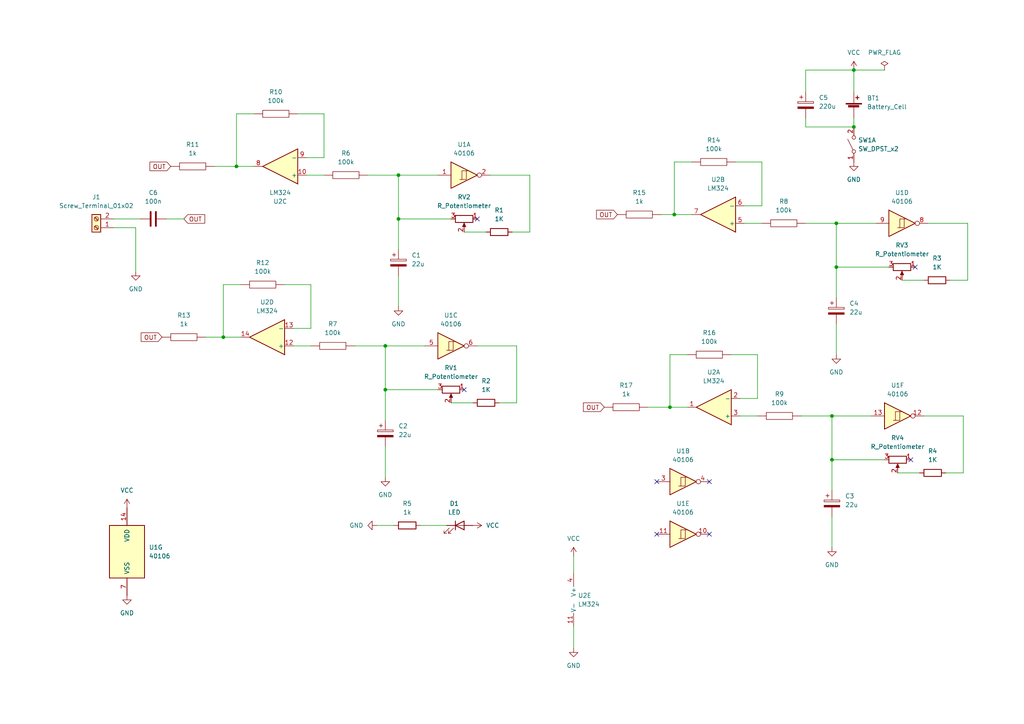
<source format=kicad_sch>
(kicad_sch (version 20230121) (generator eeschema)
  (paper "A4")
  (lib_symbols
    (symbol "4xxx:40106" (pin_names (offset 1.016))
      (property "Reference" "U" (at 0 1.27 0))
      (property "Value" "40106" (at 0 -1.27 0))
      (symbol "40106_1_0"
        (polyline (pts (xy -0.635 -1.27) (xy -0.635 1.27) (xy 0.635 1.27)))
        (polyline (pts (xy -3.81 3.81) (xy -3.81 -3.81) (xy 3.81 0) (xy -3.81 3.81)) (stroke (width 0.254)) (fill (type background)))
        (polyline (pts (xy -1.27 -1.27) (xy 0.635 -1.27) (xy 0.635 1.27) (xy 1.27 1.27)))
        (pin input line (at -7.62 0 0) (length 3.81) (name "~") (number "1"))
        (pin output inverted (at 7.62 0 180) (length 3.81) (name "~") (number "2"))
      )
      (symbol "40106_2_0"
        (polyline (pts (xy -0.635 -1.27) (xy -0.635 1.27) (xy 0.635 1.27)))
        (polyline (pts (xy -3.81 3.81) (xy -3.81 -3.81) (xy 3.81 0) (xy -3.81 3.81)) (stroke (width 0.254)) (fill (type background)))
        (polyline (pts (xy -1.27 -1.27) (xy 0.635 -1.27) (xy 0.635 1.27) (xy 1.27 1.27)))
        (pin input line (at -7.62 0 0) (length 3.81) (name "~") (number "3"))
        (pin output inverted (at 7.62 0 180) (length 3.81) (name "~") (number "4"))
      )
      (symbol "40106_3_0"
        (polyline (pts (xy -0.635 -1.27) (xy -0.635 1.27) (xy 0.635 1.27)))
        (polyline (pts (xy -3.81 3.81) (xy -3.81 -3.81) (xy 3.81 0) (xy -3.81 3.81)) (stroke (width 0.254)) (fill (type background)))
        (polyline (pts (xy -1.27 -1.27) (xy 0.635 -1.27) (xy 0.635 1.27) (xy 1.27 1.27)))
        (pin input line (at -7.62 0 0) (length 3.81) (name "~") (number "5"))
        (pin output inverted (at 7.62 0 180) (length 3.81) (name "~") (number "6"))
      )
      (symbol "40106_4_0"
        (polyline (pts (xy -0.635 -1.27) (xy -0.635 1.27) (xy 0.635 1.27)))
        (polyline (pts (xy -3.81 3.81) (xy -3.81 -3.81) (xy 3.81 0) (xy -3.81 3.81)) (stroke (width 0.254)) (fill (type background)))
        (polyline (pts (xy -1.27 -1.27) (xy 0.635 -1.27) (xy 0.635 1.27) (xy 1.27 1.27)))
        (pin output inverted (at 7.62 0 180) (length 3.81) (name "~") (number "8"))
        (pin input line (at -7.62 0 0) (length 3.81) (name "~") (number "9"))
      )
      (symbol "40106_5_0"
        (polyline (pts (xy -0.635 -1.27) (xy -0.635 1.27) (xy 0.635 1.27)))
        (polyline (pts (xy -3.81 3.81) (xy -3.81 -3.81) (xy 3.81 0) (xy -3.81 3.81)) (stroke (width 0.254)) (fill (type background)))
        (polyline (pts (xy -1.27 -1.27) (xy 0.635 -1.27) (xy 0.635 1.27) (xy 1.27 1.27)))
        (pin output inverted (at 7.62 0 180) (length 3.81) (name "~") (number "10"))
        (pin input line (at -7.62 0 0) (length 3.81) (name "~") (number "11"))
      )
      (symbol "40106_6_0"
        (polyline (pts (xy -0.635 -1.27) (xy -0.635 1.27) (xy 0.635 1.27)))
        (polyline (pts (xy -3.81 3.81) (xy -3.81 -3.81) (xy 3.81 0) (xy -3.81 3.81)) (stroke (width 0.254)) (fill (type background)))
        (polyline (pts (xy -1.27 -1.27) (xy 0.635 -1.27) (xy 0.635 1.27) (xy 1.27 1.27)))
        (pin output inverted (at 7.62 0 180) (length 3.81) (name "~") (number "12"))
        (pin input line (at -7.62 0 0) (length 3.81) (name "~") (number "13"))
      )
      (symbol "40106_7_0"
        (pin power_in line (at 0 12.7 270) (length 5.08) (name "VDD") (number "14"))
        (pin power_in line (at 0 -12.7 90) (length 5.08) (name "VSS") (number "7"))
      )
      (symbol "40106_7_1"
        (rectangle (start -5.08 7.62) (end 5.08 -7.62) (stroke (width 0.254)) (fill (type background)))
      )
    )
    (symbol "Amplifier_Operational:LM324" (pin_names (offset 0.127))
      (property "Reference" "U" (at 0 5.08 0))
      (property "Value" "LM324" (at 0 -5.08 0))
      (symbol "LM324_1_1"
        (polyline (pts (xy -5.08 5.08) (xy 5.08 0) (xy -5.08 -5.08) (xy -5.08 5.08)) (stroke (width 0.254)) (fill (type background)))
        (pin output line (at 7.62 0 180) (length 2.54) (name "~") (number "1"))
        (pin input line (at -7.62 -2.54 0) (length 2.54) (name "-") (number "2"))
        (pin input line (at -7.62 2.54 0) (length 2.54) (name "+") (number "3"))
      )
      (symbol "LM324_2_1"
        (polyline (pts (xy -5.08 5.08) (xy 5.08 0) (xy -5.08 -5.08) (xy -5.08 5.08)) (stroke (width 0.254)) (fill (type background)))
        (pin input line (at -7.62 2.54 0) (length 2.54) (name "+") (number "5"))
        (pin input line (at -7.62 -2.54 0) (length 2.54) (name "-") (number "6"))
        (pin output line (at 7.62 0 180) (length 2.54) (name "~") (number "7"))
      )
      (symbol "LM324_3_1"
        (polyline (pts (xy -5.08 5.08) (xy 5.08 0) (xy -5.08 -5.08) (xy -5.08 5.08)) (stroke (width 0.254)) (fill (type background)))
        (pin input line (at -7.62 2.54 0) (length 2.54) (name "+") (number "10"))
        (pin output line (at 7.62 0 180) (length 2.54) (name "~") (number "8"))
        (pin input line (at -7.62 -2.54 0) (length 2.54) (name "-") (number "9"))
      )
      (symbol "LM324_4_1"
        (polyline (pts (xy -5.08 5.08) (xy 5.08 0) (xy -5.08 -5.08) (xy -5.08 5.08)) (stroke (width 0.254)) (fill (type background)))
        (pin input line (at -7.62 2.54 0) (length 2.54) (name "+") (number "12"))
        (pin input line (at -7.62 -2.54 0) (length 2.54) (name "-") (number "13"))
        (pin output line (at 7.62 0 180) (length 2.54) (name "~") (number "14"))
      )
      (symbol "LM324_5_1"
        (pin power_in line (at -2.54 -7.62 90) (length 3.81) (name "V-") (number "11"))
        (pin power_in line (at -2.54 7.62 270) (length 3.81) (name "V+") (number "4"))
      )
    )
    (symbol "Connector:Screw_Terminal_01x02" (pin_names (offset 1.016) hide)
      (property "Reference" "J" (at 0 2.54 0))
      (property "Value" "Screw_Terminal_01x02" (at 0 -5.08 0))
      (symbol "Screw_Terminal_01x02_1_1"
        (rectangle (start -1.27 1.27) (end 1.27 -3.81) (stroke (width 0.254)) (fill (type background)))
        (circle (center 0 -2.54) (radius 0.635) (stroke (width 0.1524)))
        (polyline (pts (xy -0.5334 -2.2098) (xy 0.3302 -3.048)) (stroke (width 0.1524)))
        (polyline (pts (xy -0.5334 0.3302) (xy 0.3302 -0.508)) (stroke (width 0.1524)))
        (polyline (pts (xy -0.3556 -2.032) (xy 0.508 -2.8702)) (stroke (width 0.1524)))
        (polyline (pts (xy -0.3556 0.508) (xy 0.508 -0.3302)) (stroke (width 0.1524)))
        (circle (center 0 0) (radius 0.635) (stroke (width 0.1524)))
        (pin passive line (at -5.08 0 0) (length 3.81) (name "Pin_1") (number "1"))
        (pin passive line (at -5.08 -2.54 0) (length 3.81) (name "Pin_2") (number "2"))
      )
    )
    (symbol "Device:Battery_Cell" (pin_numbers hide) (pin_names (offset 0) hide)
      (property "Reference" "BT" (at 2.54 2.54 0))
      (property "Value" "Battery_Cell" (at 2.54 0 0))
      (symbol "Battery_Cell_0_1"
        (rectangle (start -2.286 1.778) (end 2.286 1.524) (fill (type outline)))
        (rectangle (start -1.5748 1.1938) (end 1.4732 0.6858) (fill (type outline)))
        (polyline (pts (xy 0 0.762) (xy 0 0)))
        (polyline (pts (xy 0 1.778) (xy 0 2.54)))
        (polyline (pts (xy 0.508 3.429) (xy 1.524 3.429)) (stroke (width 0.254)))
        (polyline (pts (xy 1.016 3.937) (xy 1.016 2.921)) (stroke (width 0.254)))
      )
      (symbol "Battery_Cell_1_1"
        (pin passive line (at 0 5.08 270) (length 2.54) (name "+") (number "1"))
        (pin passive line (at 0 -2.54 90) (length 2.54) (name "-") (number "2"))
      )
    )
    (symbol "Device:C" (pin_numbers hide) (pin_names (offset 0.254))
      (property "Reference" "C" (at 0.635 2.54 0))
      (property "Value" "C" (at 0.635 -2.54 0))
      (symbol "C_0_1"
        (polyline (pts (xy -2.032 -0.762) (xy 2.032 -0.762)) (stroke (width 0.508)))
        (polyline (pts (xy -2.032 0.762) (xy 2.032 0.762)) (stroke (width 0.508)))
      )
      (symbol "C_1_1"
        (pin passive line (at 0 3.81 270) (length 2.794) (name "~") (number "1"))
        (pin passive line (at 0 -3.81 90) (length 2.794) (name "~") (number "2"))
      )
    )
    (symbol "Device:C_Polarized" (pin_numbers hide) (pin_names (offset 0.254))
      (property "Reference" "C" (at 0.635 2.54 0))
      (property "Value" "C_Polarized" (at 0.635 -2.54 0))
      (symbol "C_Polarized_0_1"
        (rectangle (start -2.286 0.508) (end 2.286 1.016))
        (polyline (pts (xy -1.778 2.286) (xy -0.762 2.286)))
        (polyline (pts (xy -1.27 2.794) (xy -1.27 1.778)))
        (rectangle (start 2.286 -0.508) (end -2.286 -1.016) (fill (type outline)))
      )
      (symbol "C_Polarized_1_1"
        (pin passive line (at 0 3.81 270) (length 2.794) (name "~") (number "1"))
        (pin passive line (at 0 -3.81 90) (length 2.794) (name "~") (number "2"))
      )
    )
    (symbol "Device:LED" (pin_numbers hide) (pin_names (offset 1.016) hide)
      (property "Reference" "D" (at 0 2.54 0))
      (property "Value" "LED" (at 0 -2.54 0))
      (symbol "LED_0_1"
        (polyline (pts (xy -1.27 -1.27) (xy -1.27 1.27)) (stroke (width 0.254)))
        (polyline (pts (xy -1.27 0) (xy 1.27 0)))
        (polyline (pts (xy 1.27 -1.27) (xy 1.27 1.27) (xy -1.27 0) (xy 1.27 -1.27)) (stroke (width 0.254)))
        (polyline (pts (xy -3.048 -0.762) (xy -4.572 -2.286) (xy -3.81 -2.286) (xy -4.572 -2.286) (xy -4.572 -1.524)))
        (polyline (pts (xy -1.778 -0.762) (xy -3.302 -2.286) (xy -2.54 -2.286) (xy -3.302 -2.286) (xy -3.302 -1.524)))
      )
      (symbol "LED_1_1"
        (pin passive line (at -3.81 0 0) (length 2.54) (name "K") (number "1"))
        (pin passive line (at 3.81 0 180) (length 2.54) (name "A") (number "2"))
      )
    )
    (symbol "Device:R" (pin_numbers hide) (pin_names (offset 0))
      (property "Reference" "R" (at 2.032 0 90))
      (property "Value" "R" (at 0 0 90))
      (symbol "R_0_1"
        (rectangle (start -1.016 -2.54) (end 1.016 2.54) (stroke (width 0.254)))
      )
      (symbol "R_1_1"
        (pin passive line (at 0 3.81 270) (length 1.27) (name "~") (number "1"))
        (pin passive line (at 0 -3.81 90) (length 1.27) (name "~") (number "2"))
      )
    )
    (symbol "Device:R_Potentiometer" (pin_names (offset 1.016) hide)
      (property "Reference" "RV" (at -4.445 0 90))
      (property "Value" "R_Potentiometer" (at -2.54 0 90))
      (symbol "R_Potentiometer_0_1"
        (polyline (pts (xy 2.54 0) (xy 1.524 0)))
        (polyline (pts (xy 1.143 0) (xy 2.286 0.508) (xy 2.286 -0.508) (xy 1.143 0)) (fill (type outline)))
        (rectangle (start 1.016 2.54) (end -1.016 -2.54) (stroke (width 0.254)))
      )
      (symbol "R_Potentiometer_1_1"
        (pin passive line (at 0 3.81 270) (length 1.27) (name "1") (number "1"))
        (pin passive line (at 3.81 0 180) (length 1.27) (name "2") (number "2"))
        (pin passive line (at 0 -3.81 90) (length 1.27) (name "3") (number "3"))
      )
    )
    (symbol "Switch:SW_DPST_x2" (pin_names (offset 0) hide)
      (property "Reference" "SW" (at 0 3.175 0))
      (property "Value" "SW_DPST_x2" (at 0 -2.54 0))
      (symbol "SW_DPST_x2_0_0"
        (circle (center -2.032 0) (radius 0.508))
        (polyline (pts (xy -1.524 0.254) (xy 1.524 1.778)))
        (circle (center 2.032 0) (radius 0.508))
      )
      (symbol "SW_DPST_x2_1_1"
        (pin passive line (at -5.08 0 0) (length 2.54) (name "A") (number "1"))
        (pin passive line (at 5.08 0 180) (length 2.54) (name "B") (number "2"))
      )
      (symbol "SW_DPST_x2_2_1"
        (pin passive line (at -5.08 0 0) (length 2.54) (name "A") (number "3"))
        (pin passive line (at 5.08 0 180) (length 2.54) (name "B") (number "4"))
      )
    )
    (symbol "power:Earth" (power) (pin_names (offset 0))
      (symbol "Earth_0_1"
        (polyline (pts (xy -0.635 -1.905) (xy 0.635 -1.905)))
        (polyline (pts (xy -0.127 -2.54) (xy 0.127 -2.54)))
        (polyline (pts (xy 0 -1.27) (xy 0 0)))
        (polyline (pts (xy 1.27 -1.27) (xy -1.27 -1.27)))
      )
      (symbol "Earth_1_1"
        (pin power_in line (at 0 0 270) (length 0) hide (name "Earth") (number "1"))
      )
    )
    (symbol "power:GND" (power) (pin_names (offset 0))
      (property "Value" "GND" (at 0 -3.81 0))
      (symbol "GND_0_1"
        (polyline (pts (xy 0 0) (xy 0 -1.27) (xy 1.27 -1.27) (xy 0 -2.54) (xy -1.27 -1.27) (xy 0 -1.27)))
      )
      (symbol "GND_1_1"
        (pin power_in line (at 0 0 270) (length 0) hide (name "GND") (number "1"))
      )
    )
    (symbol "power:PWR_FLAG" (power) (pin_numbers hide) (pin_names (offset 0) hide)
      (property "Value" "PWR_FLAG" (at 0 3.81 0))
      (symbol "PWR_FLAG_0_0"
        (pin power_out line (at 0 0 90) (length 0) (name "pwr") (number "1"))
      )
      (symbol "PWR_FLAG_0_1"
        (polyline (pts (xy 0 0) (xy 0 1.27) (xy -1.016 1.905) (xy 0 2.54) (xy 1.016 1.905) (xy 0 1.27)))
      )
    )
    (symbol "power:VCC" (power) (pin_names (offset 0))
      (property "Value" "VCC" (at 0 3.81 0))
      (symbol "VCC_0_1"
        (polyline (pts (xy -0.762 1.27) (xy 0 2.54)))
        (polyline (pts (xy 0 0) (xy 0 2.54)))
        (polyline (pts (xy 0 2.54) (xy 0.762 1.27)))
      )
      (symbol "VCC_1_1"
        (pin power_in line (at 0 0 90) (length 0) hide (name "VCC") (number "1"))
      )
    )
    (symbol "pspice:R" (pin_numbers hide) (pin_names (offset 0))
      (property "Reference" "R" (at 2.032 0 90))
      (property "Value" "R" (at 0 0 90))
      (symbol "R_0_1"
        (rectangle (start -1.016 3.81) (end 1.016 -3.81))
      )
      (symbol "R_1_1"
        (pin passive line (at 0 6.35 270) (length 2.54) (name "~") (number "1"))
        (pin passive line (at 0 -6.35 90) (length 2.54) (name "~") (number "2"))
      )
    )
  )
  (junction (at 247.65 20.32))
  (junction (at 241.3 133.35))
  (junction (at 247.65 36.83))
  (junction (at 242.57 77.47))
  (junction (at 64.77 97.79))
  (junction (at 111.76 100.33))
  (junction (at 115.57 63.5))
  (junction (at 195.58 62.23))
  (junction (at 68.58 48.26))
  (junction (at 241.3 120.65))
  (junction (at 194.31 118.11))
  (junction (at 111.76 113.03))
  (junction (at 242.57 64.77))
  (junction (at 115.57 50.8))
  (no_connect (at 205.74 139.7))
  (no_connect (at 138.43 63.5))
  (no_connect (at 190.5 139.7))
  (no_connect (at 134.62 113.03))
  (no_connect (at 265.43 77.47))
  (no_connect (at 205.74 154.94))
  (no_connect (at 264.16 133.35))
  (no_connect (at 190.5 154.94))
  (wire (pts (xy 68.58 33.02) (xy 73.66 33.02)))
  (wire (pts (xy 187.96 118.11) (xy 194.31 118.11)))
  (wire (pts (xy 64.77 97.79) (xy 64.77 82.55)))
  (wire (pts (xy 269.24 64.77) (xy 280.67 64.77)))
  (wire (pts (xy 200.66 62.23) (xy 195.58 62.23)))
  (wire (pts (xy 134.62 67.31) (xy 140.97 67.31)))
  (wire (pts (xy 220.98 59.69) (xy 215.9 59.69)))
  (wire (pts (xy 109.22 152.4) (xy 114.3 152.4)))
  (wire (pts (xy 247.65 20.32) (xy 247.65 26.67)))
  (wire (pts (xy 93.98 45.72) (xy 88.9 45.72)))
  (wire (pts (xy 242.57 77.47) (xy 242.57 86.36)))
  (wire (pts (xy 213.36 46.99) (xy 220.98 46.99)))
  (wire (pts (xy 93.98 33.02) (xy 93.98 45.72)))
  (wire (pts (xy 64.77 82.55) (xy 69.85 82.55)))
  (wire (pts (xy 90.17 95.25) (xy 85.09 95.25)))
  (wire (pts (xy 111.76 113.03) (xy 111.76 121.92)))
  (wire (pts (xy 219.71 102.87) (xy 219.71 115.57)))
  (wire (pts (xy 115.57 80.01) (xy 115.57 88.9)))
  (wire (pts (xy 212.09 102.87) (xy 219.71 102.87)))
  (wire (pts (xy 219.71 115.57) (xy 214.63 115.57)))
  (wire (pts (xy 280.67 64.77) (xy 280.67 81.28)))
  (wire (pts (xy 85.09 100.33) (xy 90.17 100.33)))
  (wire (pts (xy 111.76 129.54) (xy 111.76 138.43)))
  (wire (pts (xy 233.68 64.77) (xy 242.57 64.77)))
  (wire (pts (xy 241.3 149.86) (xy 241.3 158.75)))
  (wire (pts (xy 33.02 66.04) (xy 39.37 66.04)))
  (wire (pts (xy 279.4 120.65) (xy 279.4 137.16)))
  (wire (pts (xy 111.76 100.33) (xy 123.19 100.33)))
  (wire (pts (xy 275.59 81.28) (xy 280.67 81.28)))
  (wire (pts (xy 48.26 63.5) (xy 53.34 63.5)))
  (wire (pts (xy 241.3 133.35) (xy 241.3 142.24)))
  (wire (pts (xy 106.68 50.8) (xy 115.57 50.8)))
  (wire (pts (xy 166.37 161.29) (xy 166.37 166.37)))
  (wire (pts (xy 242.57 77.47) (xy 242.57 64.77)))
  (wire (pts (xy 82.55 82.55) (xy 90.17 82.55)))
  (wire (pts (xy 115.57 50.8) (xy 127 50.8)))
  (wire (pts (xy 166.37 181.61) (xy 166.37 187.96)))
  (wire (pts (xy 121.92 152.4) (xy 129.54 152.4)))
  (wire (pts (xy 130.81 116.84) (xy 137.16 116.84)))
  (wire (pts (xy 86.36 33.02) (xy 93.98 33.02)))
  (wire (pts (xy 138.43 100.33) (xy 149.86 100.33)))
  (wire (pts (xy 232.41 120.65) (xy 241.3 120.65)))
  (wire (pts (xy 215.9 64.77) (xy 220.98 64.77)))
  (wire (pts (xy 242.57 93.98) (xy 242.57 102.87)))
  (wire (pts (xy 233.68 20.32) (xy 233.68 26.67)))
  (wire (pts (xy 261.62 81.28) (xy 267.97 81.28)))
  (wire (pts (xy 247.65 34.29) (xy 247.65 36.83)))
  (wire (pts (xy 148.59 67.31) (xy 153.67 67.31)))
  (wire (pts (xy 149.86 100.33) (xy 149.86 116.84)))
  (wire (pts (xy 194.31 102.87) (xy 199.39 102.87)))
  (wire (pts (xy 195.58 46.99) (xy 200.66 46.99)))
  (wire (pts (xy 199.39 118.11) (xy 194.31 118.11)))
  (wire (pts (xy 233.68 34.29) (xy 233.68 36.83)))
  (wire (pts (xy 59.69 97.79) (xy 64.77 97.79)))
  (wire (pts (xy 115.57 63.5) (xy 130.81 63.5)))
  (wire (pts (xy 69.85 97.79) (xy 64.77 97.79)))
  (wire (pts (xy 144.78 116.84) (xy 149.86 116.84)))
  (wire (pts (xy 153.67 50.8) (xy 153.67 67.31)))
  (wire (pts (xy 233.68 36.83) (xy 247.65 36.83)))
  (wire (pts (xy 142.24 50.8) (xy 153.67 50.8)))
  (wire (pts (xy 274.32 137.16) (xy 279.4 137.16)))
  (wire (pts (xy 115.57 63.5) (xy 115.57 72.39)))
  (wire (pts (xy 62.23 48.26) (xy 68.58 48.26)))
  (wire (pts (xy 33.02 63.5) (xy 40.64 63.5)))
  (wire (pts (xy 73.66 48.26) (xy 68.58 48.26)))
  (wire (pts (xy 102.87 100.33) (xy 111.76 100.33)))
  (wire (pts (xy 90.17 82.55) (xy 90.17 95.25)))
  (wire (pts (xy 241.3 133.35) (xy 256.54 133.35)))
  (wire (pts (xy 111.76 113.03) (xy 127 113.03)))
  (wire (pts (xy 194.31 118.11) (xy 194.31 102.87)))
  (wire (pts (xy 220.98 46.99) (xy 220.98 59.69)))
  (wire (pts (xy 115.57 63.5) (xy 115.57 50.8)))
  (wire (pts (xy 260.35 137.16) (xy 266.7 137.16)))
  (wire (pts (xy 214.63 120.65) (xy 219.71 120.65)))
  (wire (pts (xy 242.57 77.47) (xy 257.81 77.47)))
  (wire (pts (xy 241.3 133.35) (xy 241.3 120.65)))
  (wire (pts (xy 195.58 46.99) (xy 195.58 62.23)))
  (wire (pts (xy 68.58 48.26) (xy 68.58 33.02)))
  (wire (pts (xy 247.65 20.32) (xy 256.54 20.32)))
  (wire (pts (xy 39.37 66.04) (xy 39.37 78.74)))
  (wire (pts (xy 233.68 20.32) (xy 247.65 20.32)))
  (wire (pts (xy 191.77 62.23) (xy 195.58 62.23)))
  (wire (pts (xy 111.76 113.03) (xy 111.76 100.33)))
  (wire (pts (xy 242.57 64.77) (xy 254 64.77)))
  (wire (pts (xy 88.9 50.8) (xy 93.98 50.8)))
  (wire (pts (xy 267.97 120.65) (xy 279.4 120.65)))
  (wire (pts (xy 241.3 120.65) (xy 252.73 120.65)))
  (global_label "OUT" (shape input) (at 175.26 118.11 180) (property "Intersheetrefs" "${INTERSHEET_REFS}" (effects hide)) (property "Riferimenti inter-foglio" "${INTERSHEET_REFS}" (effects hide)))
  (global_label "OUT" (shape input) (at 179.07 62.23 180) (property "Intersheetrefs" "${INTERSHEET_REFS}" (effects hide)) (property "Riferimenti inter-foglio" "${INTERSHEET_REFS}" (effects hide)))
  (global_label "OUT" (shape input) (at 53.34 63.5 0) (property "Intersheetrefs" "${INTERSHEET_REFS}" (effects hide)) (property "Riferimenti inter-foglio" "${INTERSHEET_REFS}" (effects hide)))
  (global_label "OUT" (shape input) (at 49.53 48.26 180) (property "Intersheetrefs" "${INTERSHEET_REFS}" (effects hide)) (property "Riferimenti inter-foglio" "${INTERSHEET_REFS}" (effects hide)))
  (global_label "OUT" (shape input) (at 46.99 97.79 180) (property "Intersheetrefs" "${INTERSHEET_REFS}" (effects hide)) (property "Riferimenti inter-foglio" "${INTERSHEET_REFS}" (effects hide)))
  (symbol (lib_id "Device:C_Polarized") (at 111.76 125.73 0) (unit 1)
    (property "Reference" "C2" (at 115.57 123.5709 0) (effects (justify left)))
    (property "Value" "22u" (at 115.57 126.1109 0) (effects (justify left)))
    (property "Footprint" "Capacitor_THT:CP_Radial_D5.0mm_P2.50mm" (effects hide))
  )
  (symbol (lib_id "power:GND") (at 36.83 172.72 0) (unit 1)
    (property "Reference" "#PWR08" (effects hide))
    (property "Value" "GND" (at 36.83 177.8 0))
  )
  (symbol (lib_id "power:VCC") (at 247.65 20.32 0) (unit 1)
    (property "Reference" "#PWR0104" (effects hide))
    (property "Value" "VCC" (at 247.65 15.24 0))
  )
  (symbol (lib_id "Device:R_Potentiometer") (at 134.62 63.5 270) (unit 1)
    (property "Reference" "RV2" (at 134.62 57.15 90))
    (property "Value" "R_Potentiometer" (at 134.62 59.69 90))
    (property "Footprint" "Potentiometer_THT:Potentiometer_Alps_RK097_Single_Horizontal" (effects hide))
  )
  (symbol (lib_id "Device:Battery_Cell") (at 247.65 31.75 0) (unit 1)
    (property "Reference" "BT1" (at 251.46 28.4479 0) (effects (justify left)))
    (property "Value" "Battery_Cell" (at 251.46 30.9879 0) (effects (justify left)))
    (property "Footprint" "Battery:BatteryHolder_MPD_BA9VPC_1xPP3" (effects hide))
  )
  (symbol (lib_id "power:VCC") (at 137.16 152.4 270) (unit 1)
    (property "Reference" "#PWR0113" (effects hide))
    (property "Value" "VCC" (at 140.97 152.3999 90) (effects (justify left)))
  )
  (symbol (lib_id "4xxx:40106") (at 36.83 160.02 0) (unit 7)
    (property "Reference" "U1" (at 43.18 158.7499 0) (effects (justify left)))
    (property "Value" "40106" (at 43.18 161.2899 0) (effects (justify left)))
    (property "Footprint" "Package_DIP:DIP-14_W7.62mm_Socket" (effects hide))
    (property "Datasheet" "https://assets.nexperia.com/documents/data-sheet/HEF40106B.pdf" (effects hide))
  )
  (symbol (lib_id "power:VCC") (at 36.83 147.32 0) (unit 1)
    (property "Reference" "#PWR0111" (effects hide))
    (property "Value" "VCC" (at 36.83 142.24 0))
  )
  (symbol (lib_id "pspice:R") (at 100.33 50.8 90) (unit 1)
    (property "Reference" "R6" (at 100.33 44.45 90))
    (property "Value" "100k" (at 100.33 46.99 90))
    (property "Footprint" "Resistor_THT:R_Axial_DIN0207_L6.3mm_D2.5mm_P7.62mm_Horizontal" (effects hide))
  )
  (symbol (lib_id "4xxx:40106") (at 130.81 100.33 0) (unit 3)
    (property "Reference" "U1" (at 130.81 91.44 0))
    (property "Value" "40106" (at 130.81 93.98 0))
    (property "Footprint" "Package_DIP:DIP-14_W7.62mm_Socket" (effects hide))
    (property "Datasheet" "https://assets.nexperia.com/documents/data-sheet/HEF40106B.pdf" (effects hide))
  )
  (symbol (lib_id "4xxx:40106") (at 134.62 50.8 0) (unit 1)
    (property "Reference" "U1" (at 134.62 41.91 0))
    (property "Value" "40106" (at 134.62 44.45 0))
    (property "Footprint" "Package_DIP:DIP-14_W7.62mm_Socket" (effects hide))
    (property "Datasheet" "https://assets.nexperia.com/documents/data-sheet/HEF40106B.pdf" (effects hide))
  )
  (symbol (lib_id "pspice:R") (at 76.2 82.55 90) (unit 1)
    (property "Reference" "R12" (at 76.2 76.2 90))
    (property "Value" "100k" (at 76.2 78.74 90))
    (property "Footprint" "Resistor_THT:R_Axial_DIN0207_L6.3mm_D2.5mm_P7.62mm_Horizontal" (effects hide))
  )
  (symbol (lib_id "Device:C_Polarized") (at 242.57 90.17 0) (unit 1)
    (property "Reference" "C4" (at 246.38 88.0109 0) (effects (justify left)))
    (property "Value" "22u" (at 246.38 90.5509 0) (effects (justify left)))
    (property "Footprint" "Capacitor_THT:CP_Radial_D5.0mm_P2.50mm" (effects hide))
  )
  (symbol (lib_id "Connector:Screw_Terminal_01x02") (at 27.94 66.04 180) (unit 1)
    (property "Reference" "J1" (at 27.94 57.15 0))
    (property "Value" "Screw_Terminal_01x02" (at 27.94 59.69 0))
    (property "Footprint" "TerminalBlock:TerminalBlock_bornier-2_P5.08mm" (effects hide))
  )
  (symbol (lib_id "Amplifier_Operational:LM324") (at 81.28 48.26 180) (unit 3)
    (property "Reference" "U2" (at 81.28 58.42 0))
    (property "Value" "LM324" (at 81.28 55.88 0))
    (property "Footprint" "Package_DIP:DIP-14_W7.62mm_Socket" (effects hide))
    (property "Datasheet" "http://www.ti.com/lit/ds/symlink/lm2902-n.pdf" (effects hide))
  )
  (symbol (lib_id "pspice:R") (at 96.52 100.33 90) (unit 1)
    (property "Reference" "R7" (at 96.52 93.98 90))
    (property "Value" "100k" (at 96.52 96.52 90))
    (property "Footprint" "Resistor_THT:R_Axial_DIN0207_L6.3mm_D2.5mm_P7.62mm_Horizontal" (effects hide))
  )
  (symbol (lib_id "Amplifier_Operational:LM324") (at 168.91 173.99 0) (unit 5)
    (property "Reference" "U2" (at 167.64 172.7199 0) (effects (justify left)))
    (property "Value" "LM324" (at 167.64 175.2599 0) (effects (justify left)))
    (property "Footprint" "Package_DIP:DIP-14_W7.62mm_Socket" (effects hide))
    (property "Datasheet" "http://www.ti.com/lit/ds/symlink/lm2902-n.pdf" (effects hide))
  )
  (symbol (lib_id "pspice:R") (at 55.88 48.26 90) (unit 1)
    (property "Reference" "R11" (at 55.88 41.91 90))
    (property "Value" "1k" (at 55.88 44.45 90))
    (property "Footprint" "Resistor_THT:R_Axial_DIN0207_L6.3mm_D2.5mm_P7.62mm_Horizontal" (effects hide))
  )
  (symbol (lib_id "4xxx:40106") (at 261.62 64.77 0) (unit 4)
    (property "Reference" "U1" (at 261.62 55.88 0))
    (property "Value" "40106" (at 261.62 58.42 0))
    (property "Footprint" "Package_DIP:DIP-14_W7.62mm_Socket" (effects hide))
    (property "Datasheet" "https://assets.nexperia.com/documents/data-sheet/HEF40106B.pdf" (effects hide))
  )
  (symbol (lib_id "Amplifier_Operational:LM324") (at 77.47 97.79 180) (unit 4)
    (property "Reference" "U2" (at 77.47 87.63 0))
    (property "Value" "LM324" (at 77.47 90.17 0))
    (property "Footprint" "Package_DIP:DIP-14_W7.62mm_Socket" (effects hide))
    (property "Datasheet" "http://www.ti.com/lit/ds/symlink/lm2902-n.pdf" (effects hide))
  )
  (symbol (lib_id "Amplifier_Operational:LM324") (at 207.01 118.11 180) (unit 1)
    (property "Reference" "U2" (at 207.01 107.95 0))
    (property "Value" "LM324" (at 207.01 110.49 0))
    (property "Footprint" "Package_DIP:DIP-14_W7.62mm_Socket" (effects hide))
    (property "Datasheet" "http://www.ti.com/lit/ds/symlink/lm2902-n.pdf" (effects hide))
  )
  (symbol (lib_id "power:GND") (at 39.37 78.74 0) (unit 1)
    (property "Reference" "#PWR09" (effects hide))
    (property "Value" "GND" (at 39.37 83.82 0))
  )
  (symbol (lib_id "Amplifier_Operational:LM324") (at 208.28 62.23 180) (unit 2)
    (property "Reference" "U2" (at 208.28 52.07 0))
    (property "Value" "LM324" (at 208.28 54.61 0))
    (property "Footprint" "Package_DIP:DIP-14_W7.62mm_Socket" (effects hide))
    (property "Datasheet" "http://www.ti.com/lit/ds/symlink/lm2902-n.pdf" (effects hide))
  )
  (symbol (lib_id "4xxx:40106") (at 260.35 120.65 0) (unit 6)
    (property "Reference" "U1" (at 260.35 111.76 0))
    (property "Value" "40106" (at 260.35 114.3 0))
    (property "Footprint" "Package_DIP:DIP-14_W7.62mm_Socket" (effects hide))
    (property "Datasheet" "https://assets.nexperia.com/documents/data-sheet/HEF40106B.pdf" (effects hide))
  )
  (symbol (lib_id "Device:R_Potentiometer") (at 260.35 133.35 270) (unit 1)
    (property "Reference" "RV4" (at 260.35 127 90))
    (property "Value" "R_Potentiometer" (at 260.35 129.54 90))
    (property "Footprint" "Potentiometer_THT:Potentiometer_Alps_RK097_Single_Horizontal" (effects hide))
  )
  (symbol (lib_id "4xxx:40106") (at 198.12 154.94 0) (unit 5)
    (property "Reference" "U1" (at 198.12 146.05 0))
    (property "Value" "40106" (at 198.12 148.59 0))
    (property "Datasheet" "https://assets.nexperia.com/documents/data-sheet/HEF40106B.pdf" (effects hide))
  )
  (symbol (lib_id "power:GND") (at 166.37 187.96 0) (unit 1)
    (property "Reference" "#PWR02" (effects hide))
    (property "Value" "GND" (at 166.37 193.04 0))
  )
  (symbol (lib_id "pspice:R") (at 185.42 62.23 90) (unit 1)
    (property "Reference" "R15" (at 185.42 55.88 90))
    (property "Value" "1k" (at 185.42 58.42 90))
    (property "Footprint" "Resistor_THT:R_Axial_DIN0207_L6.3mm_D2.5mm_P7.62mm_Horizontal" (effects hide))
  )
  (symbol (lib_id "pspice:R") (at 53.34 97.79 90) (unit 1)
    (property "Reference" "R13" (at 53.34 91.44 90))
    (property "Value" "1k" (at 53.34 93.98 90))
    (property "Footprint" "Resistor_THT:R_Axial_DIN0207_L6.3mm_D2.5mm_P7.62mm_Horizontal" (effects hide))
  )
  (symbol (lib_id "Device:C_Polarized") (at 233.68 30.48 0) (unit 1)
    (property "Reference" "C5" (at 237.49 28.3209 0) (effects (justify left)))
    (property "Value" "220u" (at 237.49 30.8609 0) (effects (justify left)))
    (property "Footprint" "Capacitor_THT:CP_Radial_D6.3mm_P2.50mm" (effects hide))
  )
  (symbol (lib_id "pspice:R") (at 80.01 33.02 90) (unit 1)
    (property "Reference" "R10" (at 80.01 26.67 90))
    (property "Value" "100k" (at 80.01 29.21 90))
    (property "Footprint" "Resistor_THT:R_Axial_DIN0207_L6.3mm_D2.5mm_P7.62mm_Horizontal" (effects hide))
  )
  (symbol (lib_id "power:VCC") (at 166.37 161.29 0) (unit 1)
    (property "Reference" "#PWR0101" (effects hide))
    (property "Value" "VCC" (at 166.37 156.21 0))
  )
  (symbol (lib_id "power:GND") (at 111.76 138.43 0) (unit 1)
    (property "Reference" "#PWR07" (effects hide))
    (property "Value" "GND" (at 111.76 143.51 0))
  )
  (symbol (lib_id "Device:R") (at 271.78 81.28 90) (unit 1)
    (property "Reference" "R3" (at 271.78 74.93 90))
    (property "Value" "1K" (at 271.78 77.47 90))
    (property "Footprint" "Resistor_THT:R_Axial_DIN0207_L6.3mm_D2.5mm_P7.62mm_Horizontal" (effects hide))
  )
  (symbol (lib_id "Device:R") (at 144.78 67.31 90) (unit 1)
    (property "Reference" "R1" (at 144.78 60.96 90))
    (property "Value" "1K" (at 144.78 63.5 90))
    (property "Footprint" "Resistor_THT:R_Axial_DIN0207_L6.3mm_D2.5mm_P7.62mm_Horizontal" (effects hide))
  )
  (symbol (lib_id "Device:R_Potentiometer") (at 130.81 113.03 270) (unit 1)
    (property "Reference" "RV1" (at 130.81 106.68 90))
    (property "Value" "R_Potentiometer" (at 130.81 109.22 90))
    (property "Footprint" "Potentiometer_THT:Potentiometer_Alps_RK097_Single_Horizontal" (effects hide))
  )
  (symbol (lib_id "Device:R") (at 140.97 116.84 90) (unit 1)
    (property "Reference" "R2" (at 140.97 110.49 90))
    (property "Value" "1K" (at 140.97 113.03 90))
    (property "Footprint" "Resistor_THT:R_Axial_DIN0207_L6.3mm_D2.5mm_P7.62mm_Horizontal" (effects hide))
  )
  (symbol (lib_id "Device:R") (at 270.51 137.16 90) (unit 1)
    (property "Reference" "R4" (at 270.51 130.81 90))
    (property "Value" "1K" (at 270.51 133.35 90))
    (property "Footprint" "Resistor_THT:R_Axial_DIN0207_L6.3mm_D2.5mm_P7.62mm_Horizontal" (effects hide))
  )
  (symbol (lib_id "Device:R") (at 118.11 152.4 90) (unit 1)
    (property "Reference" "R5" (at 118.11 146.05 90))
    (property "Value" "1k" (at 118.11 148.59 90))
    (property "Footprint" "Resistor_THT:R_Axial_DIN0207_L6.3mm_D2.5mm_P7.62mm_Horizontal" (effects hide))
  )
  (symbol (lib_id "pspice:R") (at 227.33 64.77 90) (unit 1)
    (property "Reference" "R8" (at 227.33 58.42 90))
    (property "Value" "100k" (at 227.33 60.96 90))
    (property "Footprint" "Resistor_THT:R_Axial_DIN0207_L6.3mm_D2.5mm_P7.62mm_Horizontal" (effects hide))
  )
  (symbol (lib_id "power:GND") (at 241.3 158.75 0) (unit 1)
    (property "Reference" "#PWR03" (effects hide))
    (property "Value" "GND" (at 241.3 163.83 0))
  )
  (symbol (lib_id "4xxx:40106") (at 198.12 139.7 0) (unit 2)
    (property "Reference" "U1" (at 198.12 130.81 0))
    (property "Value" "40106" (at 198.12 133.35 0))
    (property "Datasheet" "https://assets.nexperia.com/documents/data-sheet/HEF40106B.pdf" (effects hide))
  )
  (symbol (lib_id "pspice:R") (at 226.06 120.65 90) (unit 1)
    (property "Reference" "R9" (at 226.06 114.3 90))
    (property "Value" "100k" (at 226.06 116.84 90))
    (property "Footprint" "Resistor_THT:R_Axial_DIN0207_L6.3mm_D2.5mm_P7.62mm_Horizontal" (effects hide))
  )
  (symbol (lib_id "Device:C") (at 44.45 63.5 90) (unit 1)
    (property "Reference" "C6" (at 44.45 55.88 90))
    (property "Value" "100n" (at 44.45 58.42 90))
    (property "Footprint" "Capacitor_THT:C_Disc_D3.4mm_W2.1mm_P2.50mm" (effects hide))
  )
  (symbol (lib_id "pspice:R") (at 207.01 46.99 90) (unit 1)
    (property "Reference" "R14" (at 207.01 40.64 90))
    (property "Value" "100k" (at 207.01 43.18 90))
    (property "Footprint" "Resistor_THT:R_Axial_DIN0207_L6.3mm_D2.5mm_P7.62mm_Horizontal" (effects hide))
  )
  (symbol (lib_id "Device:C_Polarized") (at 241.3 146.05 0) (unit 1)
    (property "Reference" "C3" (at 245.11 143.8909 0) (effects (justify left)))
    (property "Value" "22u" (at 245.11 146.4309 0) (effects (justify left)))
    (property "Footprint" "Capacitor_THT:CP_Radial_D5.0mm_P2.50mm" (effects hide))
  )
  (symbol (lib_id "Device:LED") (at 133.35 152.4 0) (unit 1)
    (property "Reference" "D1" (at 131.7625 146.05 0))
    (property "Value" "LED" (at 131.7625 148.59 0))
    (property "Footprint" "LED_THT:LED_D5.0mm_Clear" (effects hide))
  )
  (symbol (lib_id "power:GND") (at 247.65 46.99 0) (unit 1)
    (property "Reference" "#PWR05" (effects hide))
    (property "Value" "GND" (at 247.65 52.07 0))
  )
  (symbol (lib_id "Switch:SW_DPST_x2") (at 247.65 41.91 90) (unit 1)
    (property "Reference" "SW1" (at 248.92 40.64 90) (effects (justify right)))
    (property "Value" "SW_DPST_x2" (at 248.92 43.18 90) (effects (justify right)))
    (property "Footprint" "Button_Switch_THT:SW_DIP_SPSTx01_Slide_6.7x4.1mm_W7.62mm_P2.54mm_LowProfile" (effects hide))
  )
  (symbol (lib_id "power:GND") (at 109.22 152.4 270) (unit 1)
    (property "Reference" "#PWR01" (effects hide))
    (property "Value" "GND" (at 105.41 152.4 90) (effects (justify right)))
  )
  (symbol (lib_id "pspice:R") (at 205.74 102.87 90) (unit 1)
    (property "Reference" "R16" (at 205.74 96.52 90))
    (property "Value" "100k" (at 205.74 99.06 90))
    (property "Footprint" "Resistor_THT:R_Axial_DIN0207_L6.3mm_D2.5mm_P7.62mm_Horizontal" (effects hide))
  )
  (symbol (lib_id "Device:C_Polarized") (at 115.57 76.2 0) (unit 1)
    (property "Reference" "C1" (at 119.38 74.0409 0) (effects (justify left)))
    (property "Value" "22u" (at 119.38 76.5809 0) (effects (justify left)))
    (property "Footprint" "Capacitor_THT:CP_Radial_D5.0mm_P2.50mm" (effects hide))
  )
  (symbol (lib_id "power:PWR_FLAG") (at 256.54 20.32 0) (unit 1)
    (property "Reference" "#FLG0101" (effects hide))
    (property "Value" "PWR_FLAG" (at 256.54 15.24 0))
  )
  (symbol (lib_id "pspice:R") (at 181.61 118.11 90) (unit 1)
    (property "Reference" "R17" (at 181.61 111.76 90))
    (property "Value" "1k" (at 181.61 114.3 90))
    (property "Footprint" "Resistor_THT:R_Axial_DIN0207_L6.3mm_D2.5mm_P7.62mm_Horizontal" (effects hide))
  )
  (symbol (lib_id "power:GND") (at 242.57 102.87 0) (unit 1)
    (property "Reference" "#PWR04" (effects hide))
    (property "Value" "GND" (at 242.57 107.95 0))
  )
  (symbol (lib_id "power:GND") (at 115.57 88.9 0) (unit 1)
    (property "Reference" "#PWR06" (effects hide))
    (property "Value" "GND" (at 115.57 93.98 0))
  )
  (symbol (lib_id "power:Earth") (at 73.66 229.87 0) (unit 1)
    (property "Reference" "#PWR0106" (effects hide))
    (property "Value" "Earth" (effects hide))
  )
  (symbol (lib_id "Device:R_Potentiometer") (at 261.62 77.47 270) (unit 1)
    (property "Reference" "RV3" (at 261.62 71.12 90))
    (property "Value" "R_Potentiometer" (at 261.62 73.66 90))
    (property "Footprint" "Potentiometer_THT:Potentiometer_Alps_RK097_Single_Horizontal" (effects hide))
  )
)
</source>
